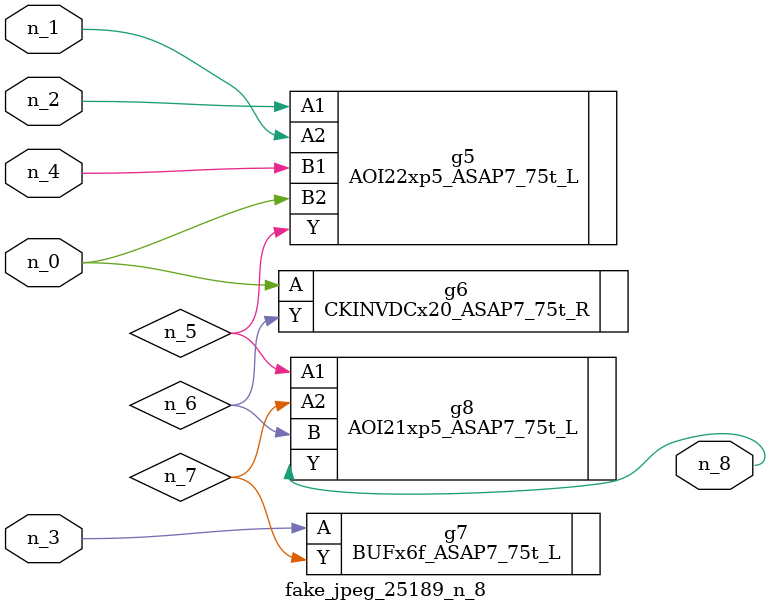
<source format=v>
module fake_jpeg_25189_n_8 (n_3, n_2, n_1, n_0, n_4, n_8);

input n_3;
input n_2;
input n_1;
input n_0;
input n_4;

output n_8;

wire n_6;
wire n_5;
wire n_7;

AOI22xp5_ASAP7_75t_L g5 ( 
.A1(n_2),
.A2(n_1),
.B1(n_4),
.B2(n_0),
.Y(n_5)
);

CKINVDCx20_ASAP7_75t_R g6 ( 
.A(n_0),
.Y(n_6)
);

BUFx6f_ASAP7_75t_L g7 ( 
.A(n_3),
.Y(n_7)
);

AOI21xp5_ASAP7_75t_L g8 ( 
.A1(n_5),
.A2(n_7),
.B(n_6),
.Y(n_8)
);


endmodule
</source>
